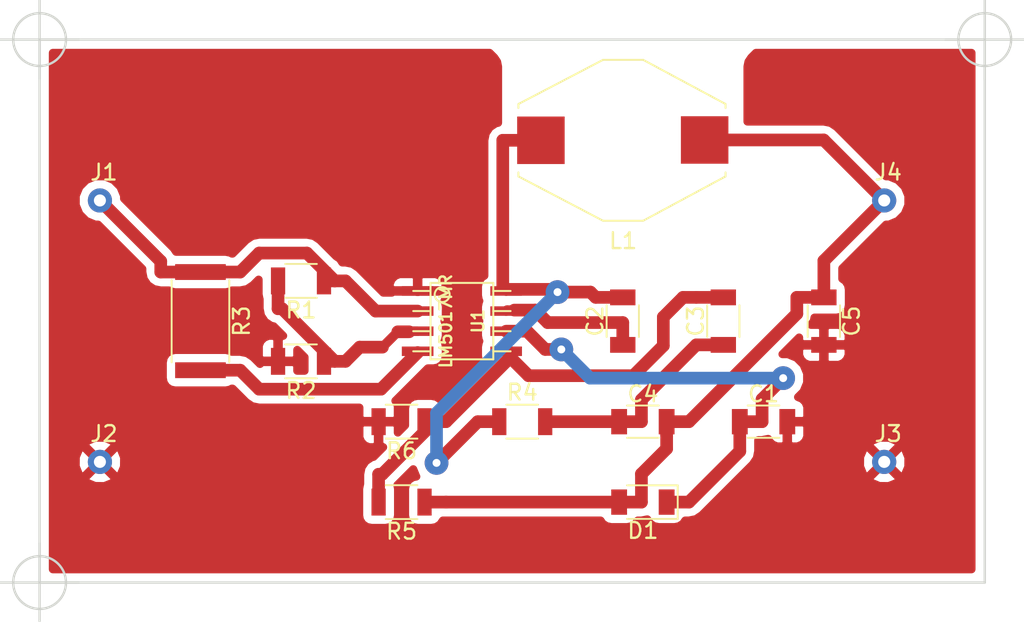
<source format=kicad_pcb>
(kicad_pcb (version 4) (host pcbnew 4.0.5+dfsg1-4)

  (general
    (links 28)
    (no_connects 0)
    (area 129.58 66.08 194.27 105.37)
    (thickness 1.6)
    (drawings 7)
    (tracks 99)
    (zones 0)
    (modules 18)
    (nets 11)
  )

  (page A4)
  (layers
    (0 F.Cu signal)
    (31 B.Cu signal)
    (32 B.Adhes user)
    (33 F.Adhes user)
    (34 B.Paste user)
    (35 F.Paste user)
    (36 B.SilkS user)
    (37 F.SilkS user)
    (38 B.Mask user)
    (39 F.Mask user)
    (40 Dwgs.User user)
    (41 Cmts.User user)
    (42 Eco1.User user)
    (43 Eco2.User user)
    (44 Edge.Cuts user)
    (45 Margin user)
    (46 B.CrtYd user)
    (47 F.CrtYd user)
    (48 B.Fab user)
    (49 F.Fab user)
  )

  (setup
    (last_trace_width 0.8)
    (trace_clearance 0.508)
    (zone_clearance 0.508)
    (zone_45_only yes)
    (trace_min 0.5)
    (segment_width 0.2)
    (edge_width 0.15)
    (via_size 1.5)
    (via_drill 0.5)
    (via_min_size 0.4)
    (via_min_drill 0.3)
    (uvia_size 0.3)
    (uvia_drill 0.1)
    (uvias_allowed no)
    (uvia_min_size 0.2)
    (uvia_min_drill 0.1)
    (pcb_text_width 0.3)
    (pcb_text_size 1.5 1.5)
    (mod_edge_width 0.15)
    (mod_text_size 1 1)
    (mod_text_width 0.15)
    (pad_size 1 1)
    (pad_drill 0.5)
    (pad_to_mask_clearance 0.2)
    (aux_axis_origin 134.62 71.12)
    (grid_origin 134.62 71.12)
    (visible_elements FFFFFF7F)
    (pcbplotparams
      (layerselection 0x01030_80000001)
      (usegerberextensions false)
      (excludeedgelayer true)
      (linewidth 0.100000)
      (plotframeref false)
      (viasonmask false)
      (mode 1)
      (useauxorigin false)
      (hpglpennumber 1)
      (hpglpenspeed 20)
      (hpglpendiameter 15)
      (hpglpenoverlay 2)
      (psnegative false)
      (psa4output false)
      (plotreference true)
      (plotvalue true)
      (plotinvisibletext false)
      (padsonsilk false)
      (subtractmaskfromsilk false)
      (outputformat 1)
      (mirror false)
      (drillshape 0)
      (scaleselection 1)
      (outputdirectory ""))
  )

  (net 0 "")
  (net 1 "Net-(C1-Pad1)")
  (net 2 GND)
  (net 3 "Net-(C3-Pad1)")
  (net 4 VDD)
  (net 5 "Net-(R1-Pad2)")
  (net 6 "Net-(C4-Pad2)")
  (net 7 "Net-(C2-Pad1)")
  (net 8 "Net-(C2-Pad2)")
  (net 9 "Net-(C3-Pad2)")
  (net 10 "Net-(R3-Pad2)")

  (net_class Default "Это класс цепей по умолчанию."
    (clearance 0.508)
    (trace_width 0.8)
    (via_dia 1.5)
    (via_drill 0.5)
    (uvia_dia 0.3)
    (uvia_drill 0.1)
    (add_net GND)
    (add_net "Net-(C1-Pad1)")
    (add_net "Net-(C2-Pad1)")
    (add_net "Net-(C2-Pad2)")
    (add_net "Net-(C3-Pad1)")
    (add_net "Net-(C3-Pad2)")
    (add_net "Net-(C4-Pad2)")
    (add_net "Net-(R1-Pad2)")
    (add_net "Net-(R3-Pad2)")
    (add_net VDD)
  )

  (module Capacitors_SMD:C_1206 (layer F.Cu) (tedit 58AA84B8) (tstamp 595E796E)
    (at 177.8 92.71)
    (descr "Capacitor SMD 1206, reflow soldering, AVX (see smccp.pdf)")
    (tags "capacitor 1206")
    (path /595E8CC0)
    (attr smd)
    (fp_text reference C1 (at 0 -1.75) (layer F.SilkS)
      (effects (font (size 1 1) (thickness 0.15)))
    )
    (fp_text value 1u (at 0 2) (layer F.Fab)
      (effects (font (size 1 1) (thickness 0.15)))
    )
    (fp_text user %R (at 0 -1.75) (layer F.Fab)
      (effects (font (size 1 1) (thickness 0.15)))
    )
    (fp_line (start -1.6 0.8) (end -1.6 -0.8) (layer F.Fab) (width 0.1))
    (fp_line (start 1.6 0.8) (end -1.6 0.8) (layer F.Fab) (width 0.1))
    (fp_line (start 1.6 -0.8) (end 1.6 0.8) (layer F.Fab) (width 0.1))
    (fp_line (start -1.6 -0.8) (end 1.6 -0.8) (layer F.Fab) (width 0.1))
    (fp_line (start 1 -1.02) (end -1 -1.02) (layer F.SilkS) (width 0.12))
    (fp_line (start -1 1.02) (end 1 1.02) (layer F.SilkS) (width 0.12))
    (fp_line (start -2.25 -1.05) (end 2.25 -1.05) (layer F.CrtYd) (width 0.05))
    (fp_line (start -2.25 -1.05) (end -2.25 1.05) (layer F.CrtYd) (width 0.05))
    (fp_line (start 2.25 1.05) (end 2.25 -1.05) (layer F.CrtYd) (width 0.05))
    (fp_line (start 2.25 1.05) (end -2.25 1.05) (layer F.CrtYd) (width 0.05))
    (pad 1 smd rect (at -1.5 0) (size 1 1.6) (layers F.Cu F.Paste F.Mask)
      (net 1 "Net-(C1-Pad1)"))
    (pad 2 smd rect (at 1.5 0) (size 1 1.6) (layers F.Cu F.Paste F.Mask)
      (net 2 GND))
    (model Capacitors_SMD.3dshapes/C_1206.wrl
      (at (xyz 0 0 0))
      (scale (xyz 1 1 1))
      (rotate (xyz 0 0 0))
    )
  )

  (module Capacitors_SMD:C_1206 (layer F.Cu) (tedit 58AA84B8) (tstamp 595E7974)
    (at 168.91 86.36 90)
    (descr "Capacitor SMD 1206, reflow soldering, AVX (see smccp.pdf)")
    (tags "capacitor 1206")
    (path /595E7A3D)
    (attr smd)
    (fp_text reference C2 (at 0 -1.75 90) (layer F.SilkS)
      (effects (font (size 1 1) (thickness 0.15)))
    )
    (fp_text value 0.01u (at 0 2 90) (layer F.Fab)
      (effects (font (size 1 1) (thickness 0.15)))
    )
    (fp_text user %R (at 0 -1.75 90) (layer F.Fab)
      (effects (font (size 1 1) (thickness 0.15)))
    )
    (fp_line (start -1.6 0.8) (end -1.6 -0.8) (layer F.Fab) (width 0.1))
    (fp_line (start 1.6 0.8) (end -1.6 0.8) (layer F.Fab) (width 0.1))
    (fp_line (start 1.6 -0.8) (end 1.6 0.8) (layer F.Fab) (width 0.1))
    (fp_line (start -1.6 -0.8) (end 1.6 -0.8) (layer F.Fab) (width 0.1))
    (fp_line (start 1 -1.02) (end -1 -1.02) (layer F.SilkS) (width 0.12))
    (fp_line (start -1 1.02) (end 1 1.02) (layer F.SilkS) (width 0.12))
    (fp_line (start -2.25 -1.05) (end 2.25 -1.05) (layer F.CrtYd) (width 0.05))
    (fp_line (start -2.25 -1.05) (end -2.25 1.05) (layer F.CrtYd) (width 0.05))
    (fp_line (start 2.25 1.05) (end 2.25 -1.05) (layer F.CrtYd) (width 0.05))
    (fp_line (start 2.25 1.05) (end -2.25 1.05) (layer F.CrtYd) (width 0.05))
    (pad 1 smd rect (at -1.5 0 90) (size 1 1.6) (layers F.Cu F.Paste F.Mask)
      (net 7 "Net-(C2-Pad1)"))
    (pad 2 smd rect (at 1.5 0 90) (size 1 1.6) (layers F.Cu F.Paste F.Mask)
      (net 8 "Net-(C2-Pad2)"))
    (model Capacitors_SMD.3dshapes/C_1206.wrl
      (at (xyz 0 0 0))
      (scale (xyz 1 1 1))
      (rotate (xyz 0 0 0))
    )
  )

  (module Capacitors_SMD:C_1206 (layer F.Cu) (tedit 58AA84B8) (tstamp 595E797A)
    (at 175.26 86.36 90)
    (descr "Capacitor SMD 1206, reflow soldering, AVX (see smccp.pdf)")
    (tags "capacitor 1206")
    (path /595E86C2)
    (attr smd)
    (fp_text reference C3 (at 0 -1.75 90) (layer F.SilkS)
      (effects (font (size 1 1) (thickness 0.15)))
    )
    (fp_text value 0.1u (at 0 2 90) (layer F.Fab)
      (effects (font (size 1 1) (thickness 0.15)))
    )
    (fp_text user %R (at 0 -1.75 90) (layer F.Fab)
      (effects (font (size 1 1) (thickness 0.15)))
    )
    (fp_line (start -1.6 0.8) (end -1.6 -0.8) (layer F.Fab) (width 0.1))
    (fp_line (start 1.6 0.8) (end -1.6 0.8) (layer F.Fab) (width 0.1))
    (fp_line (start 1.6 -0.8) (end 1.6 0.8) (layer F.Fab) (width 0.1))
    (fp_line (start -1.6 -0.8) (end 1.6 -0.8) (layer F.Fab) (width 0.1))
    (fp_line (start 1 -1.02) (end -1 -1.02) (layer F.SilkS) (width 0.12))
    (fp_line (start -1 1.02) (end 1 1.02) (layer F.SilkS) (width 0.12))
    (fp_line (start -2.25 -1.05) (end 2.25 -1.05) (layer F.CrtYd) (width 0.05))
    (fp_line (start -2.25 -1.05) (end -2.25 1.05) (layer F.CrtYd) (width 0.05))
    (fp_line (start 2.25 1.05) (end 2.25 -1.05) (layer F.CrtYd) (width 0.05))
    (fp_line (start 2.25 1.05) (end -2.25 1.05) (layer F.CrtYd) (width 0.05))
    (pad 1 smd rect (at -1.5 0 90) (size 1 1.6) (layers F.Cu F.Paste F.Mask)
      (net 3 "Net-(C3-Pad1)"))
    (pad 2 smd rect (at 1.5 0 90) (size 1 1.6) (layers F.Cu F.Paste F.Mask)
      (net 9 "Net-(C3-Pad2)"))
    (model Capacitors_SMD.3dshapes/C_1206.wrl
      (at (xyz 0 0 0))
      (scale (xyz 1 1 1))
      (rotate (xyz 0 0 0))
    )
  )

  (module Capacitors_SMD:C_1206 (layer F.Cu) (tedit 58AA84B8) (tstamp 595E7980)
    (at 170.18 92.71)
    (descr "Capacitor SMD 1206, reflow soldering, AVX (see smccp.pdf)")
    (tags "capacitor 1206")
    (path /595E874F)
    (attr smd)
    (fp_text reference C4 (at 0 -1.75) (layer F.SilkS)
      (effects (font (size 1 1) (thickness 0.15)))
    )
    (fp_text value 3300p (at 0 2) (layer F.Fab)
      (effects (font (size 1 1) (thickness 0.15)))
    )
    (fp_text user %R (at 0 -1.75) (layer F.Fab)
      (effects (font (size 1 1) (thickness 0.15)))
    )
    (fp_line (start -1.6 0.8) (end -1.6 -0.8) (layer F.Fab) (width 0.1))
    (fp_line (start 1.6 0.8) (end -1.6 0.8) (layer F.Fab) (width 0.1))
    (fp_line (start 1.6 -0.8) (end 1.6 0.8) (layer F.Fab) (width 0.1))
    (fp_line (start -1.6 -0.8) (end 1.6 -0.8) (layer F.Fab) (width 0.1))
    (fp_line (start 1 -1.02) (end -1 -1.02) (layer F.SilkS) (width 0.12))
    (fp_line (start -1 1.02) (end 1 1.02) (layer F.SilkS) (width 0.12))
    (fp_line (start -2.25 -1.05) (end 2.25 -1.05) (layer F.CrtYd) (width 0.05))
    (fp_line (start -2.25 -1.05) (end -2.25 1.05) (layer F.CrtYd) (width 0.05))
    (fp_line (start 2.25 1.05) (end 2.25 -1.05) (layer F.CrtYd) (width 0.05))
    (fp_line (start 2.25 1.05) (end -2.25 1.05) (layer F.CrtYd) (width 0.05))
    (pad 1 smd rect (at -1.5 0) (size 1 1.6) (layers F.Cu F.Paste F.Mask)
      (net 3 "Net-(C3-Pad1)"))
    (pad 2 smd rect (at 1.5 0) (size 1 1.6) (layers F.Cu F.Paste F.Mask)
      (net 6 "Net-(C4-Pad2)"))
    (model Capacitors_SMD.3dshapes/C_1206.wrl
      (at (xyz 0 0 0))
      (scale (xyz 1 1 1))
      (rotate (xyz 0 0 0))
    )
  )

  (module Capacitors_SMD:C_1206 (layer F.Cu) (tedit 58AA84B8) (tstamp 595E7986)
    (at 181.61 86.36 270)
    (descr "Capacitor SMD 1206, reflow soldering, AVX (see smccp.pdf)")
    (tags "capacitor 1206")
    (path /595E9526)
    (attr smd)
    (fp_text reference C5 (at 0 -1.75 270) (layer F.SilkS)
      (effects (font (size 1 1) (thickness 0.15)))
    )
    (fp_text value 22u (at 0 2 270) (layer F.Fab)
      (effects (font (size 1 1) (thickness 0.15)))
    )
    (fp_text user %R (at 0 -1.75 270) (layer F.Fab)
      (effects (font (size 1 1) (thickness 0.15)))
    )
    (fp_line (start -1.6 0.8) (end -1.6 -0.8) (layer F.Fab) (width 0.1))
    (fp_line (start 1.6 0.8) (end -1.6 0.8) (layer F.Fab) (width 0.1))
    (fp_line (start 1.6 -0.8) (end 1.6 0.8) (layer F.Fab) (width 0.1))
    (fp_line (start -1.6 -0.8) (end 1.6 -0.8) (layer F.Fab) (width 0.1))
    (fp_line (start 1 -1.02) (end -1 -1.02) (layer F.SilkS) (width 0.12))
    (fp_line (start -1 1.02) (end 1 1.02) (layer F.SilkS) (width 0.12))
    (fp_line (start -2.25 -1.05) (end 2.25 -1.05) (layer F.CrtYd) (width 0.05))
    (fp_line (start -2.25 -1.05) (end -2.25 1.05) (layer F.CrtYd) (width 0.05))
    (fp_line (start 2.25 1.05) (end 2.25 -1.05) (layer F.CrtYd) (width 0.05))
    (fp_line (start 2.25 1.05) (end -2.25 1.05) (layer F.CrtYd) (width 0.05))
    (pad 1 smd rect (at -1.5 0 270) (size 1 1.6) (layers F.Cu F.Paste F.Mask)
      (net 6 "Net-(C4-Pad2)"))
    (pad 2 smd rect (at 1.5 0 270) (size 1 1.6) (layers F.Cu F.Paste F.Mask)
      (net 2 GND))
    (model Capacitors_SMD.3dshapes/C_1206.wrl
      (at (xyz 0 0 0))
      (scale (xyz 1 1 1))
      (rotate (xyz 0 0 0))
    )
  )

  (module Diodes_SMD:D_1206 (layer F.Cu) (tedit 590CEAF5) (tstamp 595E798C)
    (at 170.18 97.79 180)
    (descr "Diode SMD 1206, reflow soldering http://datasheets.avx.com/schottky.pdf")
    (tags "Diode 1206")
    (path /595E82D7)
    (attr smd)
    (fp_text reference D1 (at 0 -1.8 180) (layer F.SilkS)
      (effects (font (size 1 1) (thickness 0.15)))
    )
    (fp_text value D (at 0 1.9 180) (layer F.Fab)
      (effects (font (size 1 1) (thickness 0.15)))
    )
    (fp_text user %R (at 0 -1.8 180) (layer F.Fab)
      (effects (font (size 1 1) (thickness 0.15)))
    )
    (fp_line (start -0.254 -0.254) (end -0.254 0.254) (layer F.Fab) (width 0.1))
    (fp_line (start 0.127 0) (end 0.381 0) (layer F.Fab) (width 0.1))
    (fp_line (start -0.254 0) (end -0.508 0) (layer F.Fab) (width 0.1))
    (fp_line (start 0.127 0.254) (end -0.254 0) (layer F.Fab) (width 0.1))
    (fp_line (start 0.127 -0.254) (end 0.127 0.254) (layer F.Fab) (width 0.1))
    (fp_line (start -0.254 0) (end 0.127 -0.254) (layer F.Fab) (width 0.1))
    (fp_line (start -2.2 -1.06) (end -2.2 1.06) (layer F.SilkS) (width 0.12))
    (fp_line (start -1.7 0.95) (end -1.7 -0.95) (layer F.Fab) (width 0.1))
    (fp_line (start 1.7 0.95) (end -1.7 0.95) (layer F.Fab) (width 0.1))
    (fp_line (start 1.7 -0.95) (end 1.7 0.95) (layer F.Fab) (width 0.1))
    (fp_line (start -1.7 -0.95) (end 1.7 -0.95) (layer F.Fab) (width 0.1))
    (fp_line (start -2.3 -1.16) (end 2.3 -1.16) (layer F.CrtYd) (width 0.05))
    (fp_line (start -2.3 1.16) (end 2.3 1.16) (layer F.CrtYd) (width 0.05))
    (fp_line (start -2.3 -1.16) (end -2.3 1.16) (layer F.CrtYd) (width 0.05))
    (fp_line (start 2.3 -1.16) (end 2.3 1.16) (layer F.CrtYd) (width 0.05))
    (fp_line (start 1 -1.06) (end -2.2 -1.06) (layer F.SilkS) (width 0.12))
    (fp_line (start -2.2 1.06) (end 1 1.06) (layer F.SilkS) (width 0.12))
    (pad 1 smd rect (at -1.5 0 180) (size 1 1.6) (layers F.Cu F.Paste F.Mask)
      (net 1 "Net-(C1-Pad1)"))
    (pad 2 smd rect (at 1.5 0 180) (size 1 1.6) (layers F.Cu F.Paste F.Mask)
      (net 6 "Net-(C4-Pad2)"))
    (model ${KISYS3DMOD}/Diodes_SMD.3dshapes/D_1206.wrl
      (at (xyz 0 0 0))
      (scale (xyz 1 1 1))
      (rotate (xyz 0 0 0))
    )
  )

  (module custom:1pin (layer F.Cu) (tedit 5958F8D5) (tstamp 595E7991)
    (at 135.89 78.74)
    (path /594C33F7)
    (fp_text reference J1 (at 0.254 -1.778) (layer F.SilkS)
      (effects (font (size 1 1) (thickness 0.15)))
    )
    (fp_text value VDD (at 0 1.524) (layer F.Fab) hide
      (effects (font (size 1 1) (thickness 0.15)))
    )
    (pad 1 thru_hole circle (at 0 0) (size 1.524 1.524) (drill 0.762) (layers *.Cu *.Mask)
      (net 4 VDD))
  )

  (module custom:1pin (layer F.Cu) (tedit 5958F8D5) (tstamp 595E7996)
    (at 135.89 95.25)
    (path /594C3430)
    (fp_text reference J2 (at 0.254 -1.778) (layer F.SilkS)
      (effects (font (size 1 1) (thickness 0.15)))
    )
    (fp_text value GND (at 0 1.524) (layer F.Fab) hide
      (effects (font (size 1 1) (thickness 0.15)))
    )
    (pad 1 thru_hole circle (at 0 0) (size 1.524 1.524) (drill 0.762) (layers *.Cu *.Mask)
      (net 2 GND))
  )

  (module custom:1pin (layer F.Cu) (tedit 5958F8D5) (tstamp 595E799B)
    (at 185.42 95.25)
    (path /594C35C3)
    (fp_text reference J3 (at 0.254 -1.778) (layer F.SilkS)
      (effects (font (size 1 1) (thickness 0.15)))
    )
    (fp_text value GND (at 0 1.524) (layer F.Fab) hide
      (effects (font (size 1 1) (thickness 0.15)))
    )
    (pad 1 thru_hole circle (at 0 0) (size 1.524 1.524) (drill 0.762) (layers *.Cu *.Mask)
      (net 2 GND))
  )

  (module custom:1pin (layer F.Cu) (tedit 5958F8D5) (tstamp 595E79A0)
    (at 185.42 78.74)
    (path /594C355C)
    (fp_text reference J4 (at 0.254 -1.778) (layer F.SilkS)
      (effects (font (size 1 1) (thickness 0.15)))
    )
    (fp_text value +5V (at 0 1.524) (layer F.Fab) hide
      (effects (font (size 1 1) (thickness 0.15)))
    )
    (pad 1 thru_hole circle (at 0 0) (size 1.524 1.524) (drill 0.762) (layers *.Cu *.Mask)
      (net 6 "Net-(C4-Pad2)"))
  )

  (module Inductors_SMD:L_Fastron_PISN (layer F.Cu) (tedit 587CDD26) (tstamp 595E79A6)
    (at 168.91 74.93 180)
    (descr "Choke, Drossel, PISN, SMD, Fastron,")
    (tags "Choke Drossel PISN SMD Fastron ")
    (path /5943C155)
    (attr smd)
    (fp_text reference L1 (at -0.02 -6.36 180) (layer F.SilkS)
      (effects (font (size 1 1) (thickness 0.15)))
    )
    (fp_text value 220u (at 0 6.5 180) (layer F.Fab)
      (effects (font (size 1 1) (thickness 0.15)))
    )
    (fp_line (start -7 2.5) (end -7 -2.5) (layer F.CrtYd) (width 0.05))
    (fp_line (start -7 -2.5) (end -1.25 -5.5) (layer F.CrtYd) (width 0.05))
    (fp_line (start -1.25 -5.5) (end 1.25 -5.5) (layer F.CrtYd) (width 0.05))
    (fp_line (start 1.25 -5.5) (end 7 -2.5) (layer F.CrtYd) (width 0.05))
    (fp_line (start 7 -2.5) (end 7 2.25) (layer F.CrtYd) (width 0.05))
    (fp_line (start 7 2.25) (end 7 2.5) (layer F.CrtYd) (width 0.05))
    (fp_line (start 7 2.5) (end 1.25 5.5) (layer F.CrtYd) (width 0.05))
    (fp_line (start 1.25 5.5) (end -1.25 5.5) (layer F.CrtYd) (width 0.05))
    (fp_line (start -1.25 5.5) (end -7 2.5) (layer F.CrtYd) (width 0.05))
    (fp_line (start -6.4 -2) (end -6.4 2.2) (layer F.Fab) (width 0.1))
    (fp_line (start -6.4 2.2) (end -1.3 5) (layer F.Fab) (width 0.1))
    (fp_line (start -1.3 5) (end 1.3 5) (layer F.Fab) (width 0.1))
    (fp_line (start 1.3 5) (end 6.5 2.3) (layer F.Fab) (width 0.1))
    (fp_line (start 6.5 2.3) (end 6.5 -2.2) (layer F.Fab) (width 0.1))
    (fp_line (start -6.4 -2) (end -6.4 -2.3) (layer F.Fab) (width 0.1))
    (fp_line (start -6.4 -2.3) (end -1.3 -5) (layer F.Fab) (width 0.1))
    (fp_line (start -1.3 -5) (end 1.3 -5) (layer F.Fab) (width 0.1))
    (fp_line (start 1.3 -5) (end 6.5 -2.3) (layer F.Fab) (width 0.1))
    (fp_line (start 6.5 -2.3) (end 6.5 -2) (layer F.Fab) (width 0.1))
    (fp_line (start -0.02 -0.26) (end -0.02 0.25) (layer F.Adhes) (width 0.38))
    (fp_line (start -1.29 -5.09) (end 1.25 -5.09) (layer F.SilkS) (width 0.12))
    (fp_line (start -1.29 5.07) (end 1.25 5.07) (layer F.SilkS) (width 0.12))
    (fp_line (start 1.25 5.07) (end 6.59 2.28) (layer F.SilkS) (width 0.12))
    (fp_line (start 6.59 2.28) (end 6.59 2.03) (layer F.SilkS) (width 0.12))
    (fp_line (start -1.29 5.07) (end -6.49 2.28) (layer F.SilkS) (width 0.12))
    (fp_line (start -6.49 2.28) (end -6.49 2.03) (layer F.SilkS) (width 0.12))
    (fp_line (start 1.25 -5.09) (end 6.59 -2.29) (layer F.SilkS) (width 0.12))
    (fp_line (start 6.59 -2.29) (end 6.59 -2.04) (layer F.SilkS) (width 0.12))
    (fp_line (start -6.49 -2.29) (end -6.49 -2.04) (layer F.SilkS) (width 0.12))
    (fp_line (start -1.29 -5.09) (end -6.49 -2.29) (layer F.SilkS) (width 0.12))
    (fp_circle (center 0 0) (end 0 -4.3) (layer F.Fab) (width 0.1))
    (fp_circle (center -0.02 -0.01) (end 0.24 1.01) (layer F.Adhes) (width 0.38))
    (fp_circle (center -0.02 -0.01) (end 0.24 0.76) (layer F.Adhes) (width 0.38))
    (fp_circle (center -0.02 -0.01) (end -0.02 0.5) (layer F.Adhes) (width 0.38))
    (fp_circle (center -0.02 -0.01) (end 0.24 -0.01) (layer F.Adhes) (width 0.38))
    (pad 2 smd rect (at -5.17 0.01 180) (size 3 3) (layers F.Cu F.Paste F.Mask)
      (net 6 "Net-(C4-Pad2)"))
    (pad 1 smd rect (at 5.17 -0.01 180) (size 3 3) (layers F.Cu F.Paste F.Mask)
      (net 8 "Net-(C2-Pad2)"))
  )

  (module Resistors_SMD:R_1206 (layer F.Cu) (tedit 595E81C0) (tstamp 595E79AC)
    (at 148.59 83.82 180)
    (descr "Resistor SMD 1206, reflow soldering, Vishay (see dcrcw.pdf)")
    (tags "resistor 1206")
    (path /595E706C)
    (attr smd)
    (fp_text reference R1 (at 0 -1.85 180) (layer F.SilkS)
      (effects (font (size 1 1) (thickness 0.15)))
    )
    (fp_text value 430K (at 0 1.95 360) (layer F.Fab)
      (effects (font (size 1 1) (thickness 0.15)))
    )
    (fp_text user %R (at 0 0 180) (layer F.Fab)
      (effects (font (size 0.7 0.7) (thickness 0.105)))
    )
    (fp_line (start -1.6 0.8) (end -1.6 -0.8) (layer F.Fab) (width 0.1))
    (fp_line (start 1.6 0.8) (end -1.6 0.8) (layer F.Fab) (width 0.1))
    (fp_line (start 1.6 -0.8) (end 1.6 0.8) (layer F.Fab) (width 0.1))
    (fp_line (start -1.6 -0.8) (end 1.6 -0.8) (layer F.Fab) (width 0.1))
    (fp_line (start 1 1.07) (end -1 1.07) (layer F.SilkS) (width 0.12))
    (fp_line (start -1 -1.07) (end 1 -1.07) (layer F.SilkS) (width 0.12))
    (fp_line (start -2.15 -1.11) (end 2.15 -1.11) (layer F.CrtYd) (width 0.05))
    (fp_line (start -2.15 -1.11) (end -2.15 1.1) (layer F.CrtYd) (width 0.05))
    (fp_line (start 2.15 1.1) (end 2.15 -1.11) (layer F.CrtYd) (width 0.05))
    (fp_line (start 2.15 1.1) (end -2.15 1.1) (layer F.CrtYd) (width 0.05))
    (pad 1 smd rect (at -1.45 0 180) (size 0.9 1.7) (layers F.Cu F.Paste F.Mask)
      (net 4 VDD))
    (pad 2 smd rect (at 1.45 0 180) (size 0.9 1.7) (layers F.Cu F.Paste F.Mask)
      (net 5 "Net-(R1-Pad2)"))
    (model ${KISYS3DMOD}/Resistors_SMD.3dshapes/R_1206.wrl
      (at (xyz 0 0 0))
      (scale (xyz 1 1 1))
      (rotate (xyz 0 0 0))
    )
  )

  (module Resistors_SMD:R_1206 (layer F.Cu) (tedit 58E0A804) (tstamp 595E79B2)
    (at 148.59 88.9 180)
    (descr "Resistor SMD 1206, reflow soldering, Vishay (see dcrcw.pdf)")
    (tags "resistor 1206")
    (path /595E7113)
    (attr smd)
    (fp_text reference R2 (at 0 -1.85 180) (layer F.SilkS)
      (effects (font (size 1 1) (thickness 0.15)))
    )
    (fp_text value 47K (at 0 1.95 180) (layer F.Fab)
      (effects (font (size 1 1) (thickness 0.15)))
    )
    (fp_text user %R (at 0 0 180) (layer F.Fab)
      (effects (font (size 0.7 0.7) (thickness 0.105)))
    )
    (fp_line (start -1.6 0.8) (end -1.6 -0.8) (layer F.Fab) (width 0.1))
    (fp_line (start 1.6 0.8) (end -1.6 0.8) (layer F.Fab) (width 0.1))
    (fp_line (start 1.6 -0.8) (end 1.6 0.8) (layer F.Fab) (width 0.1))
    (fp_line (start -1.6 -0.8) (end 1.6 -0.8) (layer F.Fab) (width 0.1))
    (fp_line (start 1 1.07) (end -1 1.07) (layer F.SilkS) (width 0.12))
    (fp_line (start -1 -1.07) (end 1 -1.07) (layer F.SilkS) (width 0.12))
    (fp_line (start -2.15 -1.11) (end 2.15 -1.11) (layer F.CrtYd) (width 0.05))
    (fp_line (start -2.15 -1.11) (end -2.15 1.1) (layer F.CrtYd) (width 0.05))
    (fp_line (start 2.15 1.1) (end 2.15 -1.11) (layer F.CrtYd) (width 0.05))
    (fp_line (start 2.15 1.1) (end -2.15 1.1) (layer F.CrtYd) (width 0.05))
    (pad 1 smd rect (at -1.45 0 180) (size 0.9 1.7) (layers F.Cu F.Paste F.Mask)
      (net 5 "Net-(R1-Pad2)"))
    (pad 2 smd rect (at 1.45 0 180) (size 0.9 1.7) (layers F.Cu F.Paste F.Mask)
      (net 2 GND))
    (model ${KISYS3DMOD}/Resistors_SMD.3dshapes/R_1206.wrl
      (at (xyz 0 0 0))
      (scale (xyz 1 1 1))
      (rotate (xyz 0 0 0))
    )
  )

  (module Resistors_SMD:R_2512 (layer F.Cu) (tedit 58E0A804) (tstamp 595E79B8)
    (at 142.24 86.36 270)
    (descr "Resistor SMD 2512, reflow soldering, Vishay (see dcrcw.pdf)")
    (tags "resistor 2512")
    (path /595E76AB)
    (attr smd)
    (fp_text reference R3 (at 0 -2.6 270) (layer F.SilkS)
      (effects (font (size 1 1) (thickness 0.15)))
    )
    (fp_text value 510K (at 0 2.75 270) (layer F.Fab)
      (effects (font (size 1 1) (thickness 0.15)))
    )
    (fp_text user %R (at 0 0 270) (layer F.Fab)
      (effects (font (size 1 1) (thickness 0.15)))
    )
    (fp_line (start -3.15 1.6) (end -3.15 -1.6) (layer F.Fab) (width 0.1))
    (fp_line (start 3.15 1.6) (end -3.15 1.6) (layer F.Fab) (width 0.1))
    (fp_line (start 3.15 -1.6) (end 3.15 1.6) (layer F.Fab) (width 0.1))
    (fp_line (start -3.15 -1.6) (end 3.15 -1.6) (layer F.Fab) (width 0.1))
    (fp_line (start 2.6 1.82) (end -2.6 1.82) (layer F.SilkS) (width 0.12))
    (fp_line (start -2.6 -1.82) (end 2.6 -1.82) (layer F.SilkS) (width 0.12))
    (fp_line (start -3.85 -1.85) (end 3.85 -1.85) (layer F.CrtYd) (width 0.05))
    (fp_line (start -3.85 -1.85) (end -3.85 1.85) (layer F.CrtYd) (width 0.05))
    (fp_line (start 3.85 1.85) (end 3.85 -1.85) (layer F.CrtYd) (width 0.05))
    (fp_line (start 3.85 1.85) (end -3.85 1.85) (layer F.CrtYd) (width 0.05))
    (pad 1 smd rect (at -3.1 0 270) (size 1 3.2) (layers F.Cu F.Paste F.Mask)
      (net 4 VDD))
    (pad 2 smd rect (at 3.1 0 270) (size 1 3.2) (layers F.Cu F.Paste F.Mask)
      (net 10 "Net-(R3-Pad2)"))
    (model ${KISYS3DMOD}/Resistors_SMD.3dshapes/R_2512.wrl
      (at (xyz 0 0 0))
      (scale (xyz 1 1 1))
      (rotate (xyz 0 0 0))
    )
  )

  (module Resistors_SMD:R_1206 (layer F.Cu) (tedit 58E0A804) (tstamp 595E79BE)
    (at 162.56 92.71)
    (descr "Resistor SMD 1206, reflow soldering, Vishay (see dcrcw.pdf)")
    (tags "resistor 1206")
    (path /595E831E)
    (attr smd)
    (fp_text reference R4 (at 0 -1.85) (layer F.SilkS)
      (effects (font (size 1 1) (thickness 0.15)))
    )
    (fp_text value 47K (at 0 1.95) (layer F.Fab)
      (effects (font (size 1 1) (thickness 0.15)))
    )
    (fp_text user %R (at 0 0) (layer F.Fab)
      (effects (font (size 0.7 0.7) (thickness 0.105)))
    )
    (fp_line (start -1.6 0.8) (end -1.6 -0.8) (layer F.Fab) (width 0.1))
    (fp_line (start 1.6 0.8) (end -1.6 0.8) (layer F.Fab) (width 0.1))
    (fp_line (start 1.6 -0.8) (end 1.6 0.8) (layer F.Fab) (width 0.1))
    (fp_line (start -1.6 -0.8) (end 1.6 -0.8) (layer F.Fab) (width 0.1))
    (fp_line (start 1 1.07) (end -1 1.07) (layer F.SilkS) (width 0.12))
    (fp_line (start -1 -1.07) (end 1 -1.07) (layer F.SilkS) (width 0.12))
    (fp_line (start -2.15 -1.11) (end 2.15 -1.11) (layer F.CrtYd) (width 0.05))
    (fp_line (start -2.15 -1.11) (end -2.15 1.1) (layer F.CrtYd) (width 0.05))
    (fp_line (start 2.15 1.1) (end 2.15 -1.11) (layer F.CrtYd) (width 0.05))
    (fp_line (start 2.15 1.1) (end -2.15 1.1) (layer F.CrtYd) (width 0.05))
    (pad 1 smd rect (at -1.45 0) (size 0.9 1.7) (layers F.Cu F.Paste F.Mask)
      (net 8 "Net-(C2-Pad2)"))
    (pad 2 smd rect (at 1.45 0) (size 0.9 1.7) (layers F.Cu F.Paste F.Mask)
      (net 3 "Net-(C3-Pad1)"))
    (model ${KISYS3DMOD}/Resistors_SMD.3dshapes/R_1206.wrl
      (at (xyz 0 0 0))
      (scale (xyz 1 1 1))
      (rotate (xyz 0 0 0))
    )
  )

  (module Resistors_SMD:R_1206 (layer F.Cu) (tedit 58E0A804) (tstamp 595E79C4)
    (at 154.94 97.79 180)
    (descr "Resistor SMD 1206, reflow soldering, Vishay (see dcrcw.pdf)")
    (tags "resistor 1206")
    (path /595E91C6)
    (attr smd)
    (fp_text reference R5 (at 0 -1.85 180) (layer F.SilkS)
      (effects (font (size 1 1) (thickness 0.15)))
    )
    (fp_text value 470K (at 0 1.95 180) (layer F.Fab)
      (effects (font (size 1 1) (thickness 0.15)))
    )
    (fp_text user %R (at 0 0 180) (layer F.Fab)
      (effects (font (size 0.7 0.7) (thickness 0.105)))
    )
    (fp_line (start -1.6 0.8) (end -1.6 -0.8) (layer F.Fab) (width 0.1))
    (fp_line (start 1.6 0.8) (end -1.6 0.8) (layer F.Fab) (width 0.1))
    (fp_line (start 1.6 -0.8) (end 1.6 0.8) (layer F.Fab) (width 0.1))
    (fp_line (start -1.6 -0.8) (end 1.6 -0.8) (layer F.Fab) (width 0.1))
    (fp_line (start 1 1.07) (end -1 1.07) (layer F.SilkS) (width 0.12))
    (fp_line (start -1 -1.07) (end 1 -1.07) (layer F.SilkS) (width 0.12))
    (fp_line (start -2.15 -1.11) (end 2.15 -1.11) (layer F.CrtYd) (width 0.05))
    (fp_line (start -2.15 -1.11) (end -2.15 1.1) (layer F.CrtYd) (width 0.05))
    (fp_line (start 2.15 1.1) (end 2.15 -1.11) (layer F.CrtYd) (width 0.05))
    (fp_line (start 2.15 1.1) (end -2.15 1.1) (layer F.CrtYd) (width 0.05))
    (pad 1 smd rect (at -1.45 0 180) (size 0.9 1.7) (layers F.Cu F.Paste F.Mask)
      (net 6 "Net-(C4-Pad2)"))
    (pad 2 smd rect (at 1.45 0 180) (size 0.9 1.7) (layers F.Cu F.Paste F.Mask)
      (net 9 "Net-(C3-Pad2)"))
    (model ${KISYS3DMOD}/Resistors_SMD.3dshapes/R_1206.wrl
      (at (xyz 0 0 0))
      (scale (xyz 1 1 1))
      (rotate (xyz 0 0 0))
    )
  )

  (module Resistors_SMD:R_1206 (layer F.Cu) (tedit 58E0A804) (tstamp 595E79CA)
    (at 154.94 92.71 180)
    (descr "Resistor SMD 1206, reflow soldering, Vishay (see dcrcw.pdf)")
    (tags "resistor 1206")
    (path /595E929D)
    (attr smd)
    (fp_text reference R6 (at 0 -1.85 180) (layer F.SilkS)
      (effects (font (size 1 1) (thickness 0.15)))
    )
    (fp_text value 150K (at 0 1.95 180) (layer F.Fab)
      (effects (font (size 1 1) (thickness 0.15)))
    )
    (fp_text user %R (at 0 0 180) (layer F.Fab)
      (effects (font (size 0.7 0.7) (thickness 0.105)))
    )
    (fp_line (start -1.6 0.8) (end -1.6 -0.8) (layer F.Fab) (width 0.1))
    (fp_line (start 1.6 0.8) (end -1.6 0.8) (layer F.Fab) (width 0.1))
    (fp_line (start 1.6 -0.8) (end 1.6 0.8) (layer F.Fab) (width 0.1))
    (fp_line (start -1.6 -0.8) (end 1.6 -0.8) (layer F.Fab) (width 0.1))
    (fp_line (start 1 1.07) (end -1 1.07) (layer F.SilkS) (width 0.12))
    (fp_line (start -1 -1.07) (end 1 -1.07) (layer F.SilkS) (width 0.12))
    (fp_line (start -2.15 -1.11) (end 2.15 -1.11) (layer F.CrtYd) (width 0.05))
    (fp_line (start -2.15 -1.11) (end -2.15 1.1) (layer F.CrtYd) (width 0.05))
    (fp_line (start 2.15 1.1) (end 2.15 -1.11) (layer F.CrtYd) (width 0.05))
    (fp_line (start 2.15 1.1) (end -2.15 1.1) (layer F.CrtYd) (width 0.05))
    (pad 1 smd rect (at -1.45 0 180) (size 0.9 1.7) (layers F.Cu F.Paste F.Mask)
      (net 9 "Net-(C3-Pad2)"))
    (pad 2 smd rect (at 1.45 0 180) (size 0.9 1.7) (layers F.Cu F.Paste F.Mask)
      (net 2 GND))
    (model ${KISYS3DMOD}/Resistors_SMD.3dshapes/R_1206.wrl
      (at (xyz 0 0 0))
      (scale (xyz 1 1 1))
      (rotate (xyz 0 0 0))
    )
  )

  (module w_smd_dil:so-8 (layer F.Cu) (tedit 0) (tstamp 595E8422)
    (at 158.75 86.36 270)
    (descr SO-8)
    (path /595EB5EC)
    (fp_text reference U1 (at 0 -1.016 270) (layer F.SilkS)
      (effects (font (size 0.7493 0.7493) (thickness 0.14986)))
    )
    (fp_text value LM5017MR (at 0 1.016 270) (layer F.SilkS)
      (effects (font (size 0.7493 0.7493) (thickness 0.14986)))
    )
    (fp_line (start -2.413 -1.9812) (end -2.413 1.9812) (layer F.SilkS) (width 0.127))
    (fp_line (start -2.413 1.9812) (end 2.413 1.9812) (layer F.SilkS) (width 0.127))
    (fp_line (start 2.413 1.9812) (end 2.413 -1.9812) (layer F.SilkS) (width 0.127))
    (fp_line (start 2.413 -1.9812) (end -2.413 -1.9812) (layer F.SilkS) (width 0.127))
    (fp_line (start -1.905 -1.9812) (end -1.905 -3.0734) (layer F.SilkS) (width 0.127))
    (fp_line (start -0.635 -1.9812) (end -0.635 -3.0734) (layer F.SilkS) (width 0.127))
    (fp_line (start 0.635 -1.9812) (end 0.635 -3.0734) (layer F.SilkS) (width 0.127))
    (fp_line (start 1.905 -3.0734) (end 1.905 -1.9812) (layer F.SilkS) (width 0.127))
    (fp_line (start 1.905 1.9812) (end 1.905 3.0734) (layer F.SilkS) (width 0.127))
    (fp_line (start 0.635 3.0734) (end 0.635 1.9812) (layer F.SilkS) (width 0.127))
    (fp_line (start -0.635 3.0734) (end -0.635 1.9812) (layer F.SilkS) (width 0.127))
    (fp_line (start -1.905 3.0734) (end -1.905 1.9812) (layer F.SilkS) (width 0.127))
    (fp_circle (center -1.6764 1.2446) (end -1.9558 1.6256) (layer F.SilkS) (width 0.127))
    (pad 1 smd rect (at -1.905 2.794 270) (size 0.59944 1.99898) (layers F.Cu F.Paste F.Mask)
      (net 2 GND))
    (pad 2 smd rect (at -0.635 2.794 270) (size 0.59944 1.99898) (layers F.Cu F.Paste F.Mask)
      (net 4 VDD))
    (pad 3 smd rect (at 0.635 2.794 270) (size 0.59944 1.99898) (layers F.Cu F.Paste F.Mask)
      (net 5 "Net-(R1-Pad2)"))
    (pad 4 smd rect (at 1.905 2.794 270) (size 0.59944 1.99898) (layers F.Cu F.Paste F.Mask)
      (net 10 "Net-(R3-Pad2)"))
    (pad 5 smd rect (at 1.905 -2.794 270) (size 0.59944 1.99898) (layers F.Cu F.Paste F.Mask)
      (net 9 "Net-(C3-Pad2)"))
    (pad 6 smd rect (at 0.635 -2.794 270) (size 0.59944 1.99898) (layers F.Cu F.Paste F.Mask)
      (net 1 "Net-(C1-Pad1)"))
    (pad 7 smd rect (at -0.635 -2.794 270) (size 0.59944 1.99898) (layers F.Cu F.Paste F.Mask)
      (net 7 "Net-(C2-Pad1)"))
    (pad 8 smd rect (at -1.905 -2.794 270) (size 0.59944 1.99898) (layers F.Cu F.Paste F.Mask)
      (net 8 "Net-(C2-Pad2)"))
    (model walter/smd_dil/so-8.wrl
      (at (xyz 0 0 0))
      (scale (xyz 1 1 1))
      (rotate (xyz 0 0 0))
    )
  )

  (target plus (at 191.77 68.58) (size 5) (width 0.15) (layer Edge.Cuts))
  (target plus (at 132.08 102.87) (size 5) (width 0.15) (layer Edge.Cuts))
  (target plus (at 132.08 68.58) (size 5) (width 0.15) (layer Edge.Cuts))
  (gr_line (start 191.77 102.87) (end 132.08 102.87) (angle 90) (layer Edge.Cuts) (width 0.15))
  (gr_line (start 132.08 68.58) (end 191.77 68.58) (angle 90) (layer Edge.Cuts) (width 0.15))
  (gr_line (start 132.08 102.87) (end 132.08 68.58) (angle 90) (layer Edge.Cuts) (width 0.15))
  (gr_line (start 191.77 68.58) (end 191.77 102.87) (angle 90) (layer Edge.Cuts) (width 0.15))

  (via (at 179.0389 89.9594) (size 1.5) (layers F.Cu B.Cu) (net 1))
  (via (at 165.0283 88.1475) (size 1.5) (layers F.Cu B.Cu) (net 1))
  (segment (start 171.68 97.79) (end 173.0883 97.79) (width 0.8) (layer F.Cu) (net 1))
  (segment (start 176.3 94.5783) (end 173.0883 97.79) (width 0.8) (layer F.Cu) (net 1))
  (segment (start 176.3 92.71) (end 176.3 94.5783) (width 0.8) (layer F.Cu) (net 1))
  (segment (start 176.3 92.71) (end 177.7083 92.71) (width 0.8) (layer F.Cu) (net 1))
  (segment (start 164.0124 88.1475) (end 165.0283 88.1475) (width 0.8) (layer F.Cu) (net 1))
  (segment (start 162.8599 86.995) (end 164.0124 88.1475) (width 0.8) (layer F.Cu) (net 1))
  (segment (start 161.544 86.995) (end 162.8599 86.995) (width 0.8) (layer F.Cu) (net 1))
  (segment (start 166.8402 89.9594) (end 179.0389 89.9594) (width 0.8) (layer B.Cu) (net 1))
  (segment (start 165.0283 88.1475) (end 166.8402 89.9594) (width 0.8) (layer B.Cu) (net 1))
  (segment (start 177.7083 91.29) (end 179.0389 89.9594) (width 0.8) (layer F.Cu) (net 1))
  (segment (start 177.7083 92.71) (end 177.7083 91.29) (width 0.8) (layer F.Cu) (net 1))
  (segment (start 164.01 92.71) (end 168.68 92.71) (width 0.8) (layer F.Cu) (net 3))
  (segment (start 170.0883 91.3234) (end 173.5517 87.86) (width 0.8) (layer F.Cu) (net 3))
  (segment (start 170.0883 92.71) (end 170.0883 91.3234) (width 0.8) (layer F.Cu) (net 3))
  (segment (start 168.68 92.71) (end 170.0883 92.71) (width 0.8) (layer F.Cu) (net 3))
  (segment (start 175.26 87.86) (end 173.5517 87.86) (width 0.8) (layer F.Cu) (net 3))
  (segment (start 153.3033 85.725) (end 151.3983 83.82) (width 0.8) (layer F.Cu) (net 4))
  (segment (start 155.956 85.725) (end 153.3033 85.725) (width 0.8) (layer F.Cu) (net 4))
  (segment (start 139.7317 82.5817) (end 135.89 78.74) (width 0.8) (layer F.Cu) (net 4))
  (segment (start 139.7317 83.26) (end 139.7317 82.5817) (width 0.8) (layer F.Cu) (net 4))
  (segment (start 142.24 83.26) (end 139.7317 83.26) (width 0.8) (layer F.Cu) (net 4))
  (segment (start 150.04 83.82) (end 150.7192 83.82) (width 0.8) (layer F.Cu) (net 4))
  (segment (start 150.7192 83.82) (end 151.3983 83.82) (width 0.8) (layer F.Cu) (net 4))
  (segment (start 145.9467 82.0616) (end 144.7483 83.26) (width 0.8) (layer F.Cu) (net 4))
  (segment (start 148.9608 82.0616) (end 145.9467 82.0616) (width 0.8) (layer F.Cu) (net 4))
  (segment (start 150.7192 83.82) (end 148.9608 82.0616) (width 0.8) (layer F.Cu) (net 4))
  (segment (start 142.24 83.26) (end 144.7483 83.26) (width 0.8) (layer F.Cu) (net 4))
  (segment (start 155.4528 86.995) (end 155.956 86.995) (width 0.5992) (layer F.Cu) (net 5))
  (segment (start 155.4144 87.0334) (end 155.4528 86.995) (width 0.5992) (layer F.Cu) (net 5))
  (segment (start 155.4144 87.0334) (end 154.7024 87.0334) (width 0.8) (layer F.Cu) (net 5))
  (segment (start 153.7319 88.0039) (end 154.7024 87.0334) (width 0.5992) (layer F.Cu) (net 5))
  (segment (start 152.2944 88.0039) (end 151.3983 88.9) (width 0.8) (layer F.Cu) (net 5))
  (segment (start 153.7319 88.0039) (end 152.2944 88.0039) (width 0.8) (layer F.Cu) (net 5))
  (segment (start 150.04 88.9) (end 150.7192 88.9) (width 0.8) (layer F.Cu) (net 5))
  (segment (start 150.7192 88.9) (end 151.3983 88.9) (width 0.8) (layer F.Cu) (net 5))
  (segment (start 147.3975 85.5783) (end 147.14 85.5783) (width 0.8) (layer F.Cu) (net 5))
  (segment (start 150.7192 88.9) (end 147.3975 85.5783) (width 0.8) (layer F.Cu) (net 5))
  (segment (start 147.14 83.82) (end 147.14 85.5783) (width 0.8) (layer F.Cu) (net 5))
  (segment (start 181.6 74.92) (end 185.42 78.74) (width 0.8) (layer F.Cu) (net 6))
  (segment (start 174.08 74.92) (end 181.6 74.92) (width 0.8) (layer F.Cu) (net 6))
  (segment (start 181.61 82.55) (end 181.61 84.86) (width 0.8) (layer F.Cu) (net 6))
  (segment (start 185.42 78.74) (end 181.61 82.55) (width 0.8) (layer F.Cu) (net 6))
  (segment (start 171.68 93.5641) (end 171.68 94.4183) (width 0.8) (layer F.Cu) (net 6))
  (segment (start 171.68 93.5641) (end 171.68 92.71) (width 0.8) (layer F.Cu) (net 6))
  (segment (start 171.68 92.71) (end 173.0883 92.71) (width 0.8) (layer F.Cu) (net 6))
  (segment (start 181.61 84.86) (end 179.9017 84.86) (width 0.8) (layer F.Cu) (net 6))
  (segment (start 156.39 97.79) (end 157.7483 97.79) (width 0.8) (layer F.Cu) (net 6))
  (segment (start 157.7483 97.79) (end 168.68 97.79) (width 0.8) (layer F.Cu) (net 6))
  (segment (start 170.0883 96.01) (end 171.68 94.4183) (width 0.8) (layer F.Cu) (net 6))
  (segment (start 170.0883 97.79) (end 170.0883 96.01) (width 0.8) (layer F.Cu) (net 6))
  (segment (start 168.68 97.79) (end 170.0883 97.79) (width 0.8) (layer F.Cu) (net 6))
  (segment (start 179.9017 85.8966) (end 173.0883 92.71) (width 0.8) (layer F.Cu) (net 6))
  (segment (start 179.9017 84.86) (end 179.9017 85.8966) (width 0.8) (layer F.Cu) (net 6))
  (segment (start 161.6059 85.6631) (end 161.544 85.725) (width 0.5992) (layer F.Cu) (net 7))
  (segment (start 162.0621 85.6631) (end 161.6059 85.6631) (width 0.5992) (layer F.Cu) (net 7))
  (segment (start 168.91 87.86) (end 168.91 86.4517) (width 0.8) (layer F.Cu) (net 7))
  (segment (start 163.3783 85.6631) (end 162.0621 85.6631) (width 0.8) (layer F.Cu) (net 7))
  (segment (start 164.1669 86.4517) (end 163.3783 85.6631) (width 0.8) (layer F.Cu) (net 7))
  (segment (start 168.91 86.4517) (end 164.1669 86.4517) (width 0.8) (layer F.Cu) (net 7))
  (via (at 157.1481 95.313) (size 1.5) (layers F.Cu B.Cu) (net 8))
  (via (at 164.79 84.5272) (size 1.5) (layers F.Cu B.Cu) (net 8))
  (segment (start 161.11 92.71) (end 159.7517 92.71) (width 0.8) (layer F.Cu) (net 8))
  (segment (start 163.74 74.94) (end 161.3317 74.94) (width 0.8) (layer F.Cu) (net 8))
  (segment (start 157.1487 95.313) (end 157.1481 95.313) (width 0.8) (layer F.Cu) (net 8))
  (segment (start 159.7517 92.71) (end 157.1487 95.313) (width 0.8) (layer F.Cu) (net 8))
  (segment (start 161.3317 84.1424) (end 161.3317 74.94) (width 0.8) (layer F.Cu) (net 8))
  (segment (start 161.544 84.3547) (end 161.3317 84.1424) (width 0.8) (layer F.Cu) (net 8))
  (segment (start 168.91 84.86) (end 167.2017 84.86) (width 0.8) (layer F.Cu) (net 8))
  (segment (start 161.544 84.3547) (end 161.544 84.3548) (width 0.5992) (layer F.Cu) (net 8))
  (segment (start 161.544 84.3548) (end 161.544 84.455) (width 0.5992) (layer F.Cu) (net 8))
  (segment (start 157.1481 92.1691) (end 164.79 84.5272) (width 0.8) (layer B.Cu) (net 8))
  (segment (start 157.1481 95.313) (end 157.1481 92.1691) (width 0.8) (layer B.Cu) (net 8))
  (segment (start 166.8689 84.5272) (end 164.79 84.5272) (width 0.8) (layer F.Cu) (net 8))
  (segment (start 167.2017 84.86) (end 166.8689 84.5272) (width 0.8) (layer F.Cu) (net 8))
  (segment (start 164.6176 84.3548) (end 164.79 84.5272) (width 0.8) (layer F.Cu) (net 8))
  (segment (start 161.544 84.3548) (end 164.6176 84.3548) (width 0.8) (layer F.Cu) (net 8))
  (segment (start 161.8052 88.5262) (end 161.544 88.265) (width 0.5992) (layer F.Cu) (net 9))
  (segment (start 157.0692 92.71) (end 157.7483 92.71) (width 0.8) (layer F.Cu) (net 9))
  (segment (start 156.39 92.71) (end 157.0351 92.71) (width 0.8) (layer F.Cu) (net 9))
  (segment (start 157.0692 92.71) (end 157.0351 92.71) (width 0.8) (layer F.Cu) (net 9))
  (segment (start 153.7134 96.0317) (end 153.49 96.0317) (width 0.8) (layer F.Cu) (net 9))
  (segment (start 157.0351 92.71) (end 153.7134 96.0317) (width 0.8) (layer F.Cu) (net 9))
  (segment (start 153.49 97.79) (end 153.49 96.0317) (width 0.8) (layer F.Cu) (net 9))
  (segment (start 175.26 84.86) (end 173.5517 84.86) (width 0.8) (layer F.Cu) (net 9))
  (segment (start 161.8052 88.5262) (end 161.8052 88.6531) (width 0.8) (layer F.Cu) (net 9))
  (segment (start 161.8052 88.6531) (end 157.7483 92.71) (width 0.8) (layer F.Cu) (net 9))
  (segment (start 162.9579 89.8058) (end 161.8052 88.6531) (width 0.8) (layer F.Cu) (net 9))
  (segment (start 169.5772 89.8058) (end 162.9579 89.8058) (width 0.8) (layer F.Cu) (net 9))
  (segment (start 171.4711 87.9119) (end 169.5772 89.8058) (width 0.8) (layer F.Cu) (net 9))
  (segment (start 171.4711 86.1048) (end 171.4711 87.9119) (width 0.8) (layer F.Cu) (net 9))
  (segment (start 172.7159 84.86) (end 171.4711 86.1048) (width 0.8) (layer F.Cu) (net 9))
  (segment (start 173.5517 84.86) (end 172.7159 84.86) (width 0.8) (layer F.Cu) (net 9))
  (segment (start 155.956 88.3418) (end 155.956 88.265) (width 0.5992) (layer F.Cu) (net 10))
  (segment (start 145.9467 90.6584) (end 144.7483 89.46) (width 0.8) (layer F.Cu) (net 10))
  (segment (start 153.6394 90.6584) (end 145.9467 90.6584) (width 0.8) (layer F.Cu) (net 10))
  (segment (start 155.956 88.3418) (end 153.6394 90.6584) (width 0.8) (layer F.Cu) (net 10))
  (segment (start 142.24 89.46) (end 144.7483 89.46) (width 0.8) (layer F.Cu) (net 10))

  (zone (net 0) (net_name "") (layer F.Cu) (tstamp 595E87A7) (hatch edge 0.508)
    (connect_pads (clearance 0.508))
    (min_thickness 0.508)
    (keepout (tracks not_allowed) (vias not_allowed) (copperpour allowed))
    (fill (mode segment) (arc_segments 16) (thermal_gap 0.508) (thermal_bridge_width 0.6))
    (polygon
      (pts
        (xy 157.48 83.693) (xy 160.02 83.693) (xy 160.02 89.027) (xy 157.48 89.027)
      )
    )
  )
  (zone (net 0) (net_name "") (layer F.Cu) (tstamp 595E89E7) (hatch edge 0.508)
    (connect_pads (clearance 0.508))
    (min_thickness 0.508)
    (keepout (tracks not_allowed) (vias not_allowed) (copperpour allowed))
    (fill (mode segment) (arc_segments 16) (thermal_gap 0.508) (thermal_bridge_width 0.6))
    (polygon
      (pts
        (xy 172.085 80.391) (xy 165.735 80.391) (xy 165.735 69.342) (xy 172.085 69.342)
      )
    )
  )
  (zone (net 2) (net_name GND) (layer F.Cu) (tstamp 595E8DA1) (hatch edge 0.508)
    (connect_pads (clearance 0.508))
    (min_thickness 0.508)
    (fill yes (mode segment) (arc_segments 16) (thermal_gap 0.508) (thermal_bridge_width 0.6) (smoothing fillet) (radius 1))
    (polygon
      (pts
        (xy 161.29 69.85) (xy 161.29 80.01) (xy 162.56 81.28) (xy 175.26 81.28) (xy 176.53 80.01)
        (xy 176.53 69.85) (xy 177.8 68.58) (xy 191.77 68.58) (xy 191.77 102.87) (xy 132.08 102.87)
        (xy 132.08 68.58) (xy 160.02 68.58)
      )
    )
    (filled_polygon
      (pts
        (xy 160.799812 69.719022) (xy 160.974616 69.980634) (xy 161.036 70.289233) (xy 161.036 73.836818) (xy 160.887022 73.866452)
        (xy 160.510042 74.118342) (xy 160.258152 74.495322) (xy 160.1697 74.94) (xy 160.1697 83.490962) (xy 160.002781 83.598372)
        (xy 159.828793 83.853011) (xy 159.767582 84.15528) (xy 159.767582 84.75472) (xy 159.820715 85.0371) (xy 159.853103 85.087432)
        (xy 159.828793 85.123011) (xy 159.767582 85.42528) (xy 159.767582 86.02472) (xy 159.820715 86.3071) (xy 159.853103 86.357432)
        (xy 159.828793 86.393011) (xy 159.767582 86.69528) (xy 159.767582 87.29472) (xy 159.820715 87.5771) (xy 159.853103 87.627432)
        (xy 159.828793 87.663011) (xy 159.767582 87.96528) (xy 159.767582 88.56472) (xy 159.820715 88.8471) (xy 159.878337 88.936647)
        (xy 157.435985 91.378999) (xy 157.396908 91.318271) (xy 157.142269 91.144283) (xy 156.84 91.083072) (xy 155.94 91.083072)
        (xy 155.65762 91.136205) (xy 155.398271 91.303092) (xy 155.224283 91.557731) (xy 155.163072 91.86) (xy 155.163072 92.938712)
        (xy 154.702 93.399784) (xy 154.702 92.9465) (xy 154.5115 92.756) (xy 153.536 92.756) (xy 153.536 94.1315)
        (xy 153.7265 94.322) (xy 153.779784 94.322) (xy 153.168043 94.933741) (xy 153.045322 94.958152) (xy 152.668342 95.210042)
        (xy 152.416452 95.587022) (xy 152.328 96.0317) (xy 152.328 96.632291) (xy 152.324283 96.637731) (xy 152.263072 96.94)
        (xy 152.263072 98.64) (xy 152.316205 98.92238) (xy 152.483092 99.181729) (xy 152.737731 99.355717) (xy 153.04 99.416928)
        (xy 153.94 99.416928) (xy 154.22238 99.363795) (xy 154.481729 99.196908) (xy 154.655717 98.942269) (xy 154.716928 98.64)
        (xy 154.716928 96.94) (xy 154.674406 96.71401) (xy 155.676813 95.711603) (xy 155.865541 96.16836) (xy 155.872871 96.175703)
        (xy 155.65762 96.216205) (xy 155.398271 96.383092) (xy 155.224283 96.637731) (xy 155.163072 96.94) (xy 155.163072 98.64)
        (xy 155.216205 98.92238) (xy 155.383092 99.181729) (xy 155.637731 99.355717) (xy 155.94 99.416928) (xy 156.84 99.416928)
        (xy 157.12238 99.363795) (xy 157.381729 99.196908) (xy 157.549068 98.952) (xy 167.507439 98.952) (xy 167.623092 99.131729)
        (xy 167.877731 99.305717) (xy 168.18 99.366928) (xy 169.18 99.366928) (xy 169.46238 99.313795) (xy 169.721729 99.146908)
        (xy 169.854904 98.952) (xy 170.0883 98.952) (xy 170.459878 98.878088) (xy 170.623092 99.131729) (xy 170.877731 99.305717)
        (xy 171.18 99.366928) (xy 172.18 99.366928) (xy 172.46238 99.313795) (xy 172.721729 99.146908) (xy 172.854904 98.952)
        (xy 173.0883 98.952) (xy 173.532978 98.863548) (xy 173.909958 98.611658) (xy 176.275599 96.246017) (xy 184.489037 96.246017)
        (xy 184.544281 96.533584) (xy 185.102148 96.771) (xy 185.708404 96.776858) (xy 186.270753 96.550265) (xy 186.295719 96.533584)
        (xy 186.350963 96.246017) (xy 185.42 95.315054) (xy 184.489037 96.246017) (xy 176.275599 96.246017) (xy 176.983212 95.538404)
        (xy 183.893142 95.538404) (xy 184.119735 96.100753) (xy 184.136416 96.125719) (xy 184.423983 96.180963) (xy 185.354946 95.25)
        (xy 185.485054 95.25) (xy 186.416017 96.180963) (xy 186.703584 96.125719) (xy 186.941 95.567852) (xy 186.946858 94.961596)
        (xy 186.720265 94.399247) (xy 186.703584 94.374281) (xy 186.416017 94.319037) (xy 185.485054 95.25) (xy 185.354946 95.25)
        (xy 184.423983 94.319037) (xy 184.136416 94.374281) (xy 183.899 94.932148) (xy 183.893142 95.538404) (xy 176.983212 95.538404)
        (xy 177.121658 95.399958) (xy 177.373548 95.022978) (xy 177.462 94.5783) (xy 177.462 93.890886) (xy 177.474904 93.872)
        (xy 177.7083 93.872) (xy 178.093431 93.795393) (xy 178.154008 93.941638) (xy 178.368362 94.155992) (xy 178.648429 94.272)
        (xy 179.0635 94.272) (xy 179.254 94.0815) (xy 179.254 92.756) (xy 179.346 92.756) (xy 179.346 94.0815)
        (xy 179.5365 94.272) (xy 179.951571 94.272) (xy 179.995067 94.253983) (xy 184.489037 94.253983) (xy 185.42 95.184946)
        (xy 186.350963 94.253983) (xy 186.295719 93.966416) (xy 185.737852 93.729) (xy 185.131596 93.723142) (xy 184.569247 93.949735)
        (xy 184.544281 93.966416) (xy 184.489037 94.253983) (xy 179.995067 94.253983) (xy 180.231638 94.155992) (xy 180.445992 93.941638)
        (xy 180.562 93.661571) (xy 180.562 92.9465) (xy 180.3715 92.756) (xy 179.346 92.756) (xy 179.254 92.756)
        (xy 179.234 92.756) (xy 179.234 92.664) (xy 179.254 92.664) (xy 179.254 92.644) (xy 179.346 92.644)
        (xy 179.346 92.664) (xy 180.3715 92.664) (xy 180.562 92.4735) (xy 180.562 91.758429) (xy 180.445992 91.478362)
        (xy 180.231638 91.264008) (xy 179.977588 91.158777) (xy 180.319964 90.816998) (xy 180.550637 90.261475) (xy 180.551162 89.659964)
        (xy 180.321459 89.10404) (xy 179.896498 88.678336) (xy 179.340975 88.447663) (xy 178.994256 88.44736) (xy 179.345116 88.0965)
        (xy 180.048 88.0965) (xy 180.048 88.511571) (xy 180.164008 88.791638) (xy 180.378362 89.005992) (xy 180.658429 89.122)
        (xy 181.3735 89.122) (xy 181.564 88.9315) (xy 181.564 87.906) (xy 181.656 87.906) (xy 181.656 88.9315)
        (xy 181.8465 89.122) (xy 182.561571 89.122) (xy 182.841638 89.005992) (xy 183.055992 88.791638) (xy 183.172 88.511571)
        (xy 183.172 88.0965) (xy 182.9815 87.906) (xy 181.656 87.906) (xy 181.564 87.906) (xy 180.2385 87.906)
        (xy 180.048 88.0965) (xy 179.345116 88.0965) (xy 180.048 87.393616) (xy 180.048 87.6235) (xy 180.2385 87.814)
        (xy 181.564 87.814) (xy 181.564 86.7885) (xy 181.656 86.7885) (xy 181.656 87.814) (xy 182.9815 87.814)
        (xy 183.172 87.6235) (xy 183.172 87.208429) (xy 183.055992 86.928362) (xy 182.841638 86.714008) (xy 182.561571 86.598)
        (xy 181.8465 86.598) (xy 181.656 86.7885) (xy 181.564 86.7885) (xy 181.3735 86.598) (xy 180.803712 86.598)
        (xy 180.975248 86.341278) (xy 181.015896 86.136928) (xy 182.41 86.136928) (xy 182.69238 86.083795) (xy 182.951729 85.916908)
        (xy 183.125717 85.662269) (xy 183.186928 85.36) (xy 183.186928 84.36) (xy 183.133795 84.07762) (xy 182.966908 83.818271)
        (xy 182.772 83.685096) (xy 182.772 83.031316) (xy 185.539211 80.264105) (xy 185.721812 80.264264) (xy 186.282149 80.032738)
        (xy 186.711231 79.604404) (xy 186.943735 79.044472) (xy 186.944264 78.438188) (xy 186.712738 77.877851) (xy 186.284404 77.448769)
        (xy 185.724472 77.216265) (xy 185.53942 77.216104) (xy 182.421658 74.098342) (xy 182.044678 73.846452) (xy 181.6 73.758)
        (xy 176.784 73.758) (xy 176.784 70.289233) (xy 176.845384 69.980634) (xy 177.020188 69.719022) (xy 177.32221 69.417)
        (xy 190.933 69.417) (xy 190.933 102.033) (xy 132.917 102.033) (xy 132.917 96.246017) (xy 134.959037 96.246017)
        (xy 135.014281 96.533584) (xy 135.572148 96.771) (xy 136.178404 96.776858) (xy 136.740753 96.550265) (xy 136.765719 96.533584)
        (xy 136.820963 96.246017) (xy 135.89 95.315054) (xy 134.959037 96.246017) (xy 132.917 96.246017) (xy 132.917 95.538404)
        (xy 134.363142 95.538404) (xy 134.589735 96.100753) (xy 134.606416 96.125719) (xy 134.893983 96.180963) (xy 135.824946 95.25)
        (xy 135.955054 95.25) (xy 136.886017 96.180963) (xy 137.173584 96.125719) (xy 137.411 95.567852) (xy 137.416858 94.961596)
        (xy 137.190265 94.399247) (xy 137.173584 94.374281) (xy 136.886017 94.319037) (xy 135.955054 95.25) (xy 135.824946 95.25)
        (xy 134.893983 94.319037) (xy 134.606416 94.374281) (xy 134.369 94.932148) (xy 134.363142 95.538404) (xy 132.917 95.538404)
        (xy 132.917 94.253983) (xy 134.959037 94.253983) (xy 135.89 95.184946) (xy 136.820963 94.253983) (xy 136.765719 93.966416)
        (xy 136.207852 93.729) (xy 135.601596 93.723142) (xy 135.039247 93.949735) (xy 135.014281 93.966416) (xy 134.959037 94.253983)
        (xy 132.917 94.253983) (xy 132.917 92.9465) (xy 152.278 92.9465) (xy 152.278 93.711571) (xy 152.394008 93.991638)
        (xy 152.608362 94.205992) (xy 152.888429 94.322) (xy 153.2535 94.322) (xy 153.444 94.1315) (xy 153.444 92.756)
        (xy 152.4685 92.756) (xy 152.278 92.9465) (xy 132.917 92.9465) (xy 132.917 87.898429) (xy 145.928 87.898429)
        (xy 145.928 88.6635) (xy 146.1185 88.854) (xy 147.094 88.854) (xy 147.094 87.4785) (xy 146.9035 87.288)
        (xy 146.538429 87.288) (xy 146.258362 87.404008) (xy 146.044008 87.618362) (xy 145.928 87.898429) (xy 132.917 87.898429)
        (xy 132.917 79.041812) (xy 134.365736 79.041812) (xy 134.597262 79.602149) (xy 135.025596 80.031231) (xy 135.585528 80.263735)
        (xy 135.77058 80.263896) (xy 138.5697 83.063016) (xy 138.5697 83.26) (xy 138.658152 83.704678) (xy 138.910042 84.081658)
        (xy 139.287022 84.333548) (xy 139.7317 84.422) (xy 140.259114 84.422) (xy 140.337731 84.475717) (xy 140.64 84.536928)
        (xy 143.84 84.536928) (xy 144.12238 84.483795) (xy 144.218412 84.422) (xy 144.7483 84.422) (xy 145.192978 84.333548)
        (xy 145.569958 84.081658) (xy 145.913072 83.738544) (xy 145.913072 84.67) (xy 145.966205 84.95238) (xy 145.978 84.97071)
        (xy 145.978 85.5783) (xy 146.066452 86.022978) (xy 146.318342 86.399958) (xy 146.695322 86.651848) (xy 146.86061 86.684726)
        (xy 147.463884 87.288) (xy 147.3765 87.288) (xy 147.186 87.4785) (xy 147.186 88.854) (xy 148.1615 88.854)
        (xy 148.352 88.6635) (xy 148.352 88.176116) (xy 148.813072 88.637188) (xy 148.813072 89.4964) (xy 148.352 89.4964)
        (xy 148.352 89.1365) (xy 148.1615 88.946) (xy 147.186 88.946) (xy 147.186 88.966) (xy 147.094 88.966)
        (xy 147.094 88.946) (xy 146.1185 88.946) (xy 145.998058 89.066442) (xy 145.569958 88.638342) (xy 145.192978 88.386452)
        (xy 144.7483 88.298) (xy 144.220886 88.298) (xy 144.142269 88.244283) (xy 143.84 88.183072) (xy 140.64 88.183072)
        (xy 140.35762 88.236205) (xy 140.098271 88.403092) (xy 139.924283 88.657731) (xy 139.863072 88.96) (xy 139.863072 89.96)
        (xy 139.916205 90.24238) (xy 140.083092 90.501729) (xy 140.337731 90.675717) (xy 140.64 90.736928) (xy 143.84 90.736928)
        (xy 144.12238 90.683795) (xy 144.218412 90.622) (xy 144.266984 90.622) (xy 145.125042 91.480058) (xy 145.502022 91.731948)
        (xy 145.9467 91.8204) (xy 152.278 91.8204) (xy 152.278 92.4735) (xy 152.4685 92.664) (xy 153.444 92.664)
        (xy 153.444 92.644) (xy 153.536 92.644) (xy 153.536 92.664) (xy 154.5115 92.664) (xy 154.702 92.4735)
        (xy 154.702 91.708429) (xy 154.585992 91.428362) (xy 154.549373 91.391743) (xy 156.599468 89.341648) (xy 156.95549 89.341648)
        (xy 157.23787 89.288515) (xy 157.497219 89.121628) (xy 157.671207 88.866989) (xy 157.732418 88.56472) (xy 157.732418 87.96528)
        (xy 157.679285 87.6829) (xy 157.646897 87.632568) (xy 157.671207 87.596989) (xy 157.732418 87.29472) (xy 157.732418 86.69528)
        (xy 157.679285 86.4129) (xy 157.646897 86.362568) (xy 157.671207 86.326989) (xy 157.732418 86.02472) (xy 157.732418 85.42528)
        (xy 157.679285 85.1429) (xy 157.642903 85.08636) (xy 157.71749 84.906291) (xy 157.71749 84.6915) (xy 157.52699 84.501)
        (xy 156.002 84.501) (xy 156.002 84.521) (xy 155.91 84.521) (xy 155.91 84.501) (xy 154.38501 84.501)
        (xy 154.32301 84.563) (xy 153.784616 84.563) (xy 153.225325 84.003709) (xy 154.19451 84.003709) (xy 154.19451 84.2185)
        (xy 154.38501 84.409) (xy 155.91 84.409) (xy 155.91 83.58378) (xy 156.002 83.58378) (xy 156.002 84.409)
        (xy 157.52699 84.409) (xy 157.71749 84.2185) (xy 157.71749 84.003709) (xy 157.601482 83.723642) (xy 157.387128 83.509288)
        (xy 157.107061 83.39328) (xy 156.1925 83.39328) (xy 156.002 83.58378) (xy 155.91 83.58378) (xy 155.7195 83.39328)
        (xy 154.804939 83.39328) (xy 154.524872 83.509288) (xy 154.310518 83.723642) (xy 154.19451 84.003709) (xy 153.225325 84.003709)
        (xy 152.219958 82.998342) (xy 151.842978 82.746452) (xy 151.3983 82.658) (xy 151.200516 82.658) (xy 151.184301 82.641785)
        (xy 151.046908 82.428271) (xy 150.806572 82.264056) (xy 149.782458 81.239942) (xy 149.405478 80.988052) (xy 148.9608 80.8996)
        (xy 145.9467 80.8996) (xy 145.502022 80.988052) (xy 145.125042 81.239942) (xy 144.266984 82.098) (xy 144.220886 82.098)
        (xy 144.142269 82.044283) (xy 143.84 81.983072) (xy 140.702382 81.983072) (xy 140.553358 81.760042) (xy 137.414105 78.620789)
        (xy 137.414264 78.438188) (xy 137.182738 77.877851) (xy 136.754404 77.448769) (xy 136.194472 77.216265) (xy 135.588188 77.215736)
        (xy 135.027851 77.447262) (xy 134.598769 77.875596) (xy 134.366265 78.435528) (xy 134.365736 79.041812) (xy 132.917 79.041812)
        (xy 132.917 69.417) (xy 160.49779 69.417)
      )
    )
    (fill_segments
      (pts (xy 132.917 69.417) (xy 160.49779 69.417))
      (pts (xy 177.32221 69.417) (xy 190.933 69.417))
      (pts (xy 132.917 69.8234) (xy 160.869555 69.8234))
      (pts (xy 176.950444 69.8234) (xy 190.933 69.8234))
      (pts (xy 132.917 70.2298) (xy 161.024178 70.2298))
      (pts (xy 176.795821 70.2298) (xy 190.933 70.2298))
      (pts (xy 132.917 70.6362) (xy 161.036 70.6362))
      (pts (xy 176.784 70.6362) (xy 190.933 70.6362))
      (pts (xy 132.917 71.0426) (xy 161.036 71.0426))
      (pts (xy 176.784 71.0426) (xy 190.933 71.0426))
      (pts (xy 132.917 71.449) (xy 161.036 71.449))
      (pts (xy 176.784 71.449) (xy 190.933 71.449))
      (pts (xy 132.917 71.8554) (xy 161.036 71.8554))
      (pts (xy 176.784 71.8554) (xy 190.933 71.8554))
      (pts (xy 132.917 72.2618) (xy 161.036 72.2618))
      (pts (xy 176.784 72.2618) (xy 190.933 72.2618))
      (pts (xy 132.917 72.6682) (xy 161.036 72.6682))
      (pts (xy 176.784 72.6682) (xy 190.933 72.6682))
      (pts (xy 132.917 73.0746) (xy 161.036 73.0746))
      (pts (xy 176.784 73.0746) (xy 190.933 73.0746))
      (pts (xy 132.917 73.481) (xy 161.036 73.481))
      (pts (xy 176.784 73.481) (xy 190.933 73.481))
      (pts (xy 132.917 73.8874) (xy 160.855672 73.8874))
      (pts (xy 182.105962 73.8874) (xy 190.933 73.8874))
      (pts (xy 132.917 74.2938) (xy 160.392805 74.2938))
      (pts (xy 182.617116 74.2938) (xy 190.933 74.2938))
      (pts (xy 132.917 74.7002) (xy 160.2174 74.7002))
      (pts (xy 183.023516 74.7002) (xy 190.933 74.7002))
      (pts (xy 132.917 75.1066) (xy 160.1697 75.1066))
      (pts (xy 183.429916 75.1066) (xy 190.933 75.1066))
      (pts (xy 132.917 75.513) (xy 160.1697 75.513))
      (pts (xy 183.836316 75.513) (xy 190.933 75.513))
      (pts (xy 132.917 75.9194) (xy 160.1697 75.9194))
      (pts (xy 184.242716 75.9194) (xy 190.933 75.9194))
      (pts (xy 132.917 76.3258) (xy 160.1697 76.3258))
      (pts (xy 184.649116 76.3258) (xy 190.933 76.3258))
      (pts (xy 132.917 76.7322) (xy 160.1697 76.7322))
      (pts (xy 185.055516 76.7322) (xy 190.933 76.7322))
      (pts (xy 132.917 77.1386) (xy 160.1697 77.1386))
      (pts (xy 185.461916 77.1386) (xy 190.933 77.1386))
      (pts (xy 132.917 77.545) (xy 134.929943 77.545))
      (pts (xy 136.850468 77.545) (xy 160.1697 77.545))
      (pts (xy 186.380468 77.545) (xy 190.933 77.545))
      (pts (xy 132.917 77.9514) (xy 134.567293 77.9514))
      (pts (xy 137.213128 77.9514) (xy 160.1697 77.9514))
      (pts (xy 186.743128 77.9514) (xy 190.933 77.9514))
      (pts (xy 132.917 78.3578) (xy 134.398541 78.3578))
      (pts (xy 137.381049 78.3578) (xy 160.1697 78.3578))
      (pts (xy 186.911049 78.3578) (xy 190.933 78.3578))
      (pts (xy 132.917 78.7642) (xy 134.365979 78.7642))
      (pts (xy 137.557516 78.7642) (xy 160.1697 78.7642))
      (pts (xy 186.943979 78.7642) (xy 190.933 78.7642))
      (pts (xy 132.917 79.1706) (xy 134.418949 79.1706))
      (pts (xy 137.963916 79.1706) (xy 160.1697 79.1706))
      (pts (xy 186.891362 79.1706) (xy 190.933 79.1706))
      (pts (xy 132.917 79.577) (xy 134.58687 79.577))
      (pts (xy 138.370316 79.577) (xy 160.1697 79.577))
      (pts (xy 186.72261 79.577) (xy 190.933 79.577))
      (pts (xy 132.917 79.9834) (xy 134.977848 79.9834))
      (pts (xy 138.776716 79.9834) (xy 160.1697 79.9834))
      (pts (xy 186.331573 79.9834) (xy 190.933 79.9834))
      (pts (xy 132.917 80.3898) (xy 135.896484 80.3898))
      (pts (xy 139.183116 80.3898) (xy 160.1697 80.3898))
      (pts (xy 185.413516 80.3898) (xy 190.933 80.3898))
      (pts (xy 132.917 80.7962) (xy 136.302884 80.7962))
      (pts (xy 139.589516 80.7962) (xy 160.1697 80.7962))
      (pts (xy 185.007116 80.7962) (xy 190.933 80.7962))
      (pts (xy 132.917 81.2026) (xy 136.709284 81.2026))
      (pts (xy 139.995916 81.2026) (xy 145.180929 81.2026))
      (pts (xy 149.726572 81.2026) (xy 160.1697 81.2026))
      (pts (xy 184.600716 81.2026) (xy 190.933 81.2026))
      (pts (xy 132.917 81.609) (xy 137.115684 81.609))
      (pts (xy 140.402316 81.609) (xy 144.755984 81.609))
      (pts (xy 150.151516 81.609) (xy 160.1697 81.609))
      (pts (xy 184.194316 81.609) (xy 190.933 81.609))
      (pts (xy 132.917 82.0154) (xy 137.522084 82.0154))
      (pts (xy 143.999641 82.0154) (xy 144.349584 82.0154))
      (pts (xy 150.557916 82.0154) (xy 160.1697 82.0154))
      (pts (xy 183.787916 82.0154) (xy 190.933 82.0154))
      (pts (xy 132.917 82.4218) (xy 137.928484 82.4218))
      (pts (xy 151.037438 82.4218) (xy 160.1697 82.4218))
      (pts (xy 183.381516 82.4218) (xy 190.933 82.4218))
      (pts (xy 132.917 82.8282) (xy 138.334884 82.8282))
      (pts (xy 151.965323 82.8282) (xy 160.1697 82.8282))
      (pts (xy 182.975116 82.8282) (xy 190.933 82.8282))
      (pts (xy 132.917 83.2346) (xy 138.5697 83.2346))
      (pts (xy 152.456216 83.2346) (xy 160.1697 83.2346))
      (pts (xy 182.772 83.2346) (xy 190.933 83.2346))
      (pts (xy 132.917 83.641) (xy 138.645485 83.641))
      (pts (xy 152.862616 83.641) (xy 154.39316 83.641))
      (pts (xy 155.91 83.641) (xy 156.002 83.641))
      (pts (xy 157.51884 83.641) (xy 159.973655 83.641))
      (pts (xy 182.772 83.641) (xy 190.933 83.641))
      (pts (xy 132.917 84.0474) (xy 138.887151 84.0474))
      (pts (xy 145.604216 84.0474) (xy 145.913072 84.0474))
      (pts (xy 153.269016 84.0474) (xy 154.19451 84.0474))
      (pts (xy 155.91 84.0474) (xy 156.002 84.0474))
      (pts (xy 157.71749 84.0474) (xy 159.789429 84.0474))
      (pts (xy 183.114349 84.0474) (xy 190.933 84.0474))
      (pts (xy 132.917 84.4538) (xy 140.305654 84.4538))
      (pts (xy 144.168993 84.4538) (xy 145.913072 84.4538))
      (pts (xy 153.675416 84.4538) (xy 159.767582 84.4538))
      (pts (xy 183.186928 84.4538) (xy 190.933 84.4538))
      (pts (xy 132.917 84.8602) (xy 145.94886 84.8602))
      (pts (xy 157.71749 84.8602) (xy 159.787429 84.8602))
      (pts (xy 183.186928 84.8602) (xy 190.933 84.8602))
      (pts (xy 132.917 85.2666) (xy 145.978 85.2666))
      (pts (xy 157.702561 85.2666) (xy 159.799716 85.2666))
      (pts (xy 183.186928 85.2666) (xy 190.933 85.2666))
      (pts (xy 132.917 85.673) (xy 145.996837 85.673))
      (pts (xy 157.732418 85.673) (xy 159.767582 85.673))
      (pts (xy 183.118384 85.673) (xy 190.933 85.673))
      (pts (xy 132.917 86.0794) (xy 146.104151 86.0794))
      (pts (xy 157.721345 86.0794) (xy 159.77787 86.0794))
      (pts (xy 182.69921 86.0794) (xy 190.933 86.0794))
      (pts (xy 132.917 86.4858) (xy 146.446813 86.4858))
      (pts (xy 157.693002 86.4858) (xy 159.810003 86.4858))
      (pts (xy 180.878681 86.4858) (xy 190.933 86.4858))
      (pts (xy 132.917 86.8922) (xy 147.068084 86.8922))
      (pts (xy 157.732418 86.8922) (xy 159.767582 86.8922))
      (pts (xy 181.564 86.8922) (xy 181.656 86.8922))
      (pts (xy 183.01983 86.8922) (xy 190.933 86.8922))
      (pts (xy 132.917 87.2986) (xy 146.512839 87.2986))
      (pts (xy 146.9141 87.2986) (xy 147.3659 87.2986))
      (pts (xy 157.731632 87.2986) (xy 159.768312 87.2986))
      (pts (xy 181.564 87.2986) (xy 181.656 87.2986))
      (pts (xy 183.172 87.2986) (xy 190.933 87.2986))
      (pts (xy 132.917 87.705) (xy 146.008122 87.705))
      (pts (xy 147.094 87.705) (xy 147.186 87.705))
      (pts (xy 157.683444 87.705) (xy 159.820291 87.705))
      (pts (xy 179.736616 87.705) (xy 180.1295 87.705))
      (pts (xy 181.564 87.705) (xy 181.656 87.705))
      (pts (xy 183.0905 87.705) (xy 190.933 87.705))
      (pts (xy 132.917 88.1114) (xy 145.928 88.1114))
      (pts (xy 147.094 88.1114) (xy 147.186 88.1114))
      (pts (xy 157.732418 88.1114) (xy 159.767582 88.1114))
      (pts (xy 179.330216 88.1114) (xy 180.048 88.1114))
      (pts (xy 181.564 88.1114) (xy 181.656 88.1114))
      (pts (xy 183.172 88.1114) (xy 190.933 88.1114))
      (pts (xy 132.917 88.5178) (xy 140.019895 88.5178))
      (pts (xy 145.389555 88.5178) (xy 145.928 88.5178))
      (pts (xy 147.094 88.5178) (xy 147.186 88.5178))
      (pts (xy 148.352 88.5178) (xy 148.693684 88.5178))
      (pts (xy 157.732418 88.5178) (xy 159.767582 88.5178))
      (pts (xy 179.509884 88.5178) (xy 180.05058 88.5178))
      (pts (xy 181.564 88.5178) (xy 181.656 88.5178))
      (pts (xy 183.169419 88.5178) (xy 190.933 88.5178))
      (pts (xy 132.917 88.9242) (xy 139.870322 88.9242))
      (pts (xy 145.855816 88.9242) (xy 148.813072 88.9242))
      (pts (xy 157.632116 88.9242) (xy 159.870327 88.9242))
      (pts (xy 180.141933 88.9242) (xy 180.29657 88.9242))
      (pts (xy 181.564 88.9242) (xy 181.656 88.9242))
      (pts (xy 182.92343 88.9242) (xy 190.933 88.9242))
      (pts (xy 132.917 89.3306) (xy 139.863072 89.3306))
      (pts (xy 148.352 89.3306) (xy 148.813072 89.3306))
      (pts (xy 157.014205 89.3306) (xy 159.484384 89.3306))
      (pts (xy 180.415072 89.3306) (xy 190.933 89.3306))
      (pts (xy 132.917 89.737) (xy 139.863072 89.737))
      (pts (xy 156.204116 89.737) (xy 159.077984 89.737))
      (pts (xy 180.551094 89.737) (xy 190.933 89.737))
      (pts (xy 132.917 90.1434) (xy 139.89758 90.1434))
      (pts (xy 155.797716 90.1434) (xy 158.671584 90.1434))
      (pts (xy 180.55074 90.1434) (xy 190.933 90.1434))
      (pts (xy 132.917 90.5498) (xy 140.153445 90.5498))
      (pts (xy 155.391316 90.5498) (xy 158.265184 90.5498))
      (pts (xy 180.430914 90.5498) (xy 190.933 90.5498))
      (pts (xy 132.917 90.9562) (xy 144.601184 90.9562))
      (pts (xy 154.984916 90.9562) (xy 157.858784 90.9562))
      (pts (xy 180.180518 90.9562) (xy 190.933 90.9562))
      (pts (xy 132.917 91.3626) (xy 145.007584 91.3626))
      (pts (xy 154.578516 91.3626) (xy 155.357611 91.3626))
      (pts (xy 157.425433 91.3626) (xy 157.452384 91.3626))
      (pts (xy 180.33023 91.3626) (xy 190.933 91.3626))
      (pts (xy 132.917 91.769) (xy 145.688294 91.769))
      (pts (xy 154.702 91.769) (xy 155.1815 91.769))
      (pts (xy 180.562 91.769) (xy 190.933 91.769))
      (pts (xy 132.917 92.1754) (xy 152.278 92.1754))
      (pts (xy 154.702 92.1754) (xy 155.163072 92.1754))
      (pts (xy 180.562 92.1754) (xy 190.933 92.1754))
      (pts (xy 132.917 92.5818) (xy 152.3863 92.5818))
      (pts (xy 154.5937 92.5818) (xy 155.163072 92.5818))
      (pts (xy 180.4537 92.5818) (xy 190.933 92.5818))
      (pts (xy 132.917 92.9882) (xy 152.278 92.9882))
      (pts (xy 153.444 92.9882) (xy 153.536 92.9882))
      (pts (xy 154.702 92.9882) (xy 155.113584 92.9882))
      (pts (xy 179.254 92.9882) (xy 179.346 92.9882))
      (pts (xy 180.562 92.9882) (xy 190.933 92.9882))
      (pts (xy 132.917 93.3946) (xy 152.278 93.3946))
      (pts (xy 153.444 93.3946) (xy 153.536 93.3946))
      (pts (xy 154.702 93.3946) (xy 154.707184 93.3946))
      (pts (xy 179.254 93.3946) (xy 179.346 93.3946))
      (pts (xy 180.562 93.3946) (xy 190.933 93.3946))
      (pts (xy 132.917 93.801) (xy 135.408372 93.801))
      (pts (xy 136.377034 93.801) (xy 152.315042 93.801))
      (pts (xy 153.444 93.801) (xy 153.536 93.801))
      (pts (xy 178.065242 93.801) (xy 178.095753 93.801))
      (pts (xy 179.254 93.801) (xy 179.346 93.801))
      (pts (xy 180.504246 93.801) (xy 184.938372 93.801))
      (pts (xy 185.907034 93.801) (xy 190.933 93.801))
      (pts (xy 132.917 94.2074) (xy 134.967986 94.2074))
      (pts (xy 136.812015 94.2074) (xy 152.611761 94.2074))
      (pts (xy 153.3681 94.2074) (xy 153.6119 94.2074))
      (pts (xy 177.462 94.2074) (xy 178.492471 94.2074))
      (pts (xy 179.1281 94.2074) (xy 179.4719 94.2074))
      (pts (xy 180.107528 94.2074) (xy 184.497986 94.2074))
      (pts (xy 186.342015 94.2074) (xy 190.933 94.2074))
      (pts (xy 132.917 94.6138) (xy 134.504482 94.6138))
      (pts (xy 135.188746 94.6138) (xy 135.318854 94.6138))
      (pts (xy 136.461146 94.6138) (xy 136.591254 94.6138))
      (pts (xy 137.276718 94.6138) (xy 153.487984 94.6138))
      (pts (xy 177.454938 94.6138) (xy 184.034482 94.6138))
      (pts (xy 184.718746 94.6138) (xy 184.848854 94.6138))
      (pts (xy 185.991146 94.6138) (xy 186.121254 94.6138))
      (pts (xy 186.806718 94.6138) (xy 190.933 94.6138))
      (pts (xy 132.917 95.0202) (xy 134.36815 95.0202))
      (pts (xy 135.595146 95.0202) (xy 135.725254 95.0202))
      (pts (xy 136.054746 95.0202) (xy 136.184854 95.0202))
      (pts (xy 137.416291 95.0202) (xy 152.952461 95.0202))
      (pts (xy 177.3741 95.0202) (xy 183.89815 95.0202))
      (pts (xy 185.125146 95.0202) (xy 185.255254 95.0202))
      (pts (xy 185.584746 95.0202) (xy 185.714854 95.0202))
      (pts (xy 186.946291 95.0202) (xy 190.933 95.0202))
      (pts (xy 132.917 95.4266) (xy 134.364223 95.4266))
      (pts (xy 135.648346 95.4266) (xy 135.778454 95.4266))
      (pts (xy 136.001546 95.4266) (xy 136.131654 95.4266))
      (pts (xy 137.412364 95.4266) (xy 152.523643 95.4266))
      (pts (xy 177.095016 95.4266) (xy 183.894223 95.4266))
      (pts (xy 185.178346 95.4266) (xy 185.308454 95.4266))
      (pts (xy 185.531546 95.4266) (xy 185.661654 95.4266))
      (pts (xy 186.942364 95.4266) (xy 190.933 95.4266))
      (pts (xy 132.917 95.833) (xy 134.481846 95.833))
      (pts (xy 135.241946 95.833) (xy 135.372054 95.833))
      (pts (xy 136.407946 95.833) (xy 136.538054 95.833))
      (pts (xy 137.298158 95.833) (xy 152.367524 95.833))
      (pts (xy 155.555416 95.833) (xy 155.726973 95.833))
      (pts (xy 176.688616 95.833) (xy 184.011846 95.833))
      (pts (xy 184.771946 95.833) (xy 184.902054 95.833))
      (pts (xy 185.937946 95.833) (xy 186.068054 95.833))
      (pts (xy 186.828158 95.833) (xy 190.933 95.833))
      (pts (xy 132.917 96.2394) (xy 134.965654 96.2394))
      (pts (xy 136.814346 96.2394) (xy 152.328 96.2394))
      (pts (xy 155.149016 96.2394) (xy 155.621575 96.2394))
      (pts (xy 176.282216 96.2394) (xy 184.495654 96.2394))
      (pts (xy 186.344346 96.2394) (xy 190.933 96.2394))
      (pts (xy 132.917 96.6458) (xy 135.277959 96.6458))
      (pts (xy 136.503658 96.6458) (xy 152.322649 96.6458))
      (pts (xy 154.742616 96.6458) (xy 155.222649 96.6458))
      (pts (xy 175.875816 96.6458) (xy 184.807959 96.6458))
      (pts (xy 186.033658 96.6458) (xy 190.933 96.6458))
      (pts (xy 132.917 97.0522) (xy 152.263072 97.0522))
      (pts (xy 154.716928 97.0522) (xy 155.163072 97.0522))
      (pts (xy 175.469416 97.0522) (xy 190.933 97.0522))
      (pts (xy 132.917 97.4586) (xy 152.263072 97.4586))
      (pts (xy 154.716928 97.4586) (xy 155.163072 97.4586))
      (pts (xy 175.063016 97.4586) (xy 190.933 97.4586))
      (pts (xy 132.917 97.865) (xy 152.263072 97.865))
      (pts (xy 154.716928 97.865) (xy 155.163072 97.865))
      (pts (xy 174.656616 97.865) (xy 190.933 97.865))
      (pts (xy 132.917 98.2714) (xy 152.263072 98.2714))
      (pts (xy 154.716928 98.2714) (xy 155.163072 98.2714))
      (pts (xy 174.250216 98.2714) (xy 190.933 98.2714))
      (pts (xy 132.917 98.6778) (xy 152.270184 98.6778))
      (pts (xy 154.709273 98.6778) (xy 155.170184 98.6778))
      (pts (xy 173.810969 98.6778) (xy 190.933 98.6778))
      (pts (xy 132.917 99.0842) (xy 152.420333 99.0842))
      (pts (xy 154.558739 99.0842) (xy 155.320333 99.0842))
      (pts (xy 157.458739 99.0842) (xy 167.592507 99.0842))
      (pts (xy 169.764575 99.0842) (xy 170.592507 99.0842))
      (pts (xy 172.764575 99.0842) (xy 190.933 99.0842))
      (pts (xy 132.917 99.4906) (xy 190.933 99.4906))
      (pts (xy 132.917 99.897) (xy 190.933 99.897))
      (pts (xy 132.917 100.3034) (xy 190.933 100.3034))
      (pts (xy 132.917 100.7098) (xy 190.933 100.7098))
      (pts (xy 132.917 101.1162) (xy 190.933 101.1162))
      (pts (xy 132.917 101.5226) (xy 190.933 101.5226))
      (pts (xy 132.917 101.929) (xy 190.933 101.929))
    )
  )
)

</source>
